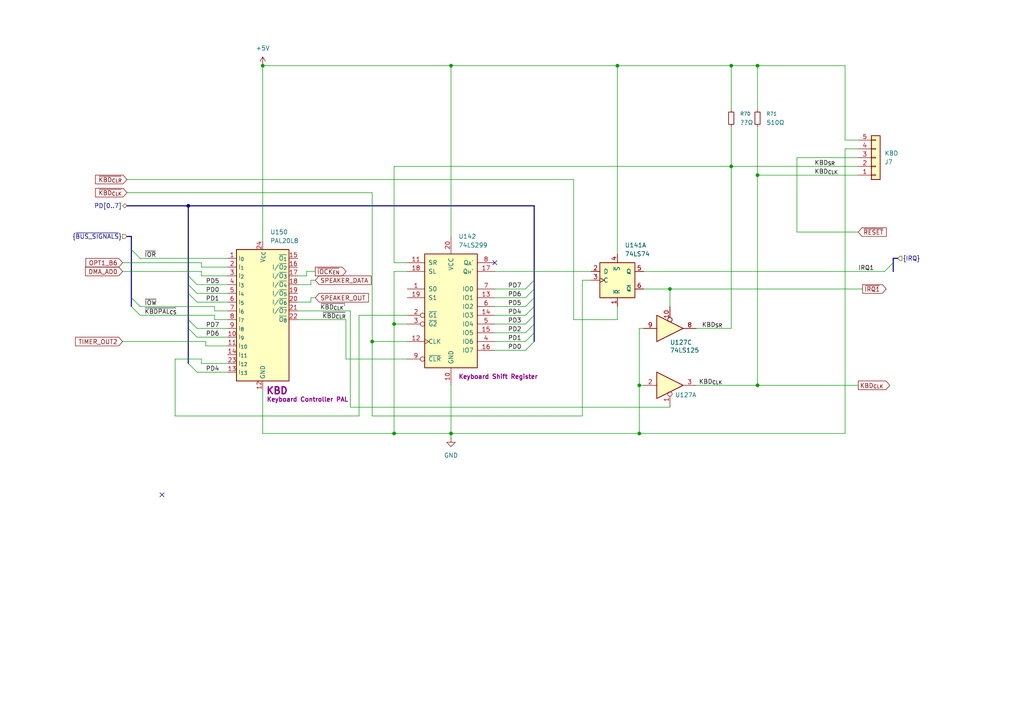
<source format=kicad_sch>
(kicad_sch (version 20250114) (generator "eeschema") (generator_version "9.0")
  (paper "A4")
  (lib_symbols
    (symbol "74xx:74LS125" (pin_names (offset 1.016))
      (property "Reference" "U" (at 0 1.27 0))
      (property "Value" "74LS125" (at 0 -1.27 0))
      (symbol "74LS125_1_0"
        (polyline (pts (xy -3.81 3.81) (xy -3.81 -3.81) (xy 3.81 0) (xy -3.81 3.81)) (stroke (width 0.254)) (fill (type background)))
        (pin input line (at -7.62 0 0) (length 3.81) (name "~") (number "2"))
        (pin input inverted (at 0 -6.35 90) (length 4.445) (name "~") (number "1"))
        (pin tri_state line (at 7.62 0 180) (length 3.81) (name "~") (number "3"))
      )
      (symbol "74LS125_2_0"
        (polyline (pts (xy -3.81 3.81) (xy -3.81 -3.81) (xy 3.81 0) (xy -3.81 3.81)) (stroke (width 0.254)) (fill (type background)))
        (pin input line (at -7.62 0 0) (length 3.81) (name "~") (number "5"))
        (pin input inverted (at 0 -6.35 90) (length 4.445) (name "~") (number "4"))
        (pin tri_state line (at 7.62 0 180) (length 3.81) (name "~") (number "6"))
      )
      (symbol "74LS125_3_0"
        (polyline (pts (xy -3.81 3.81) (xy -3.81 -3.81) (xy 3.81 0) (xy -3.81 3.81)) (stroke (width 0.254)) (fill (type background)))
        (pin input line (at -7.62 0 0) (length 3.81) (name "~") (number "9"))
        (pin input inverted (at 0 -6.35 90) (length 4.445) (name "~") (number "10"))
        (pin tri_state line (at 7.62 0 180) (length 3.81) (name "~") (number "8"))
      )
      (symbol "74LS125_4_0"
        (polyline (pts (xy -3.81 3.81) (xy -3.81 -3.81) (xy 3.81 0) (xy -3.81 3.81)) (stroke (width 0.254)) (fill (type background)))
        (pin input line (at -7.62 0 0) (length 3.81) (name "~") (number "12"))
        (pin input inverted (at 0 -6.35 90) (length 4.445) (name "~") (number "13"))
        (pin tri_state line (at 7.62 0 180) (length 3.81) (name "~") (number "11"))
      )
      (symbol "74LS125_5_0"
        (pin power_in line (at 0 12.7 270) (length 5.08) (name "VCC") (number "14"))
        (pin power_in line (at 0 -12.7 90) (length 5.08) (name "GND") (number "7"))
      )
      (symbol "74LS125_5_1"
        (rectangle (start -5.08 7.62) (end 5.08 -7.62) (stroke (width 0.254)) (fill (type background)))
      )
    )
    (symbol "74xx:74LS74" (pin_names (offset 1.016))
      (property "Reference" "U" (at -7.62 8.89 0))
      (property "Value" "74LS74" (at -7.62 -8.89 0))
      (symbol "74LS74_1_0"
        (pin input line (at -7.62 2.54 0) (length 2.54) (name "D") (number "2"))
        (pin input clock (at -7.62 0 0) (length 2.54) (name "C") (number "3"))
        (pin input line (at 0 7.62 270) (length 2.54) (name "~{S}") (number "4"))
        (pin input line (at 0 -7.62 90) (length 2.54) (name "~{R}") (number "1"))
        (pin output line (at 7.62 2.54 180) (length 2.54) (name "Q") (number "5"))
        (pin output line (at 7.62 -2.54 180) (length 2.54) (name "~{Q}") (number "6"))
      )
      (symbol "74LS74_1_1"
        (rectangle (start -5.08 5.08) (end 5.08 -5.08) (stroke (width 0.254)) (fill (type background)))
      )
      (symbol "74LS74_2_0"
        (pin input line (at -7.62 2.54 0) (length 2.54) (name "D") (number "12"))
        (pin input clock (at -7.62 0 0) (length 2.54) (name "C") (number "11"))
        (pin input line (at 0 7.62 270) (length 2.54) (name "~{S}") (number "10"))
        (pin input line (at 0 -7.62 90) (length 2.54) (name "~{R}") (number "13"))
        (pin output line (at 7.62 2.54 180) (length 2.54) (name "Q") (number "9"))
        (pin output line (at 7.62 -2.54 180) (length 2.54) (name "~{Q}") (number "8"))
      )
      (symbol "74LS74_2_1"
        (rectangle (start -5.08 5.08) (end 5.08 -5.08) (stroke (width 0.254)) (fill (type background)))
      )
      (symbol "74LS74_3_0"
        (pin power_in line (at 0 10.16 270) (length 2.54) (name "VCC") (number "14"))
        (pin power_in line (at 0 -10.16 90) (length 2.54) (name "GND") (number "7"))
      )
      (symbol "74LS74_3_1"
        (rectangle (start -5.08 7.62) (end 5.08 -7.62) (stroke (width 0.254)) (fill (type background)))
      )
    )
    (symbol "Connector_Generic:Conn_01x05" (pin_names (offset 1.016) (hide yes))
      (property "Reference" "J" (at 0 7.62 0))
      (property "Value" "Conn_01x05" (at 0 -7.62 0))
      (symbol "Conn_01x05_1_1"
        (rectangle (start -1.27 6.35) (end 1.27 -6.35) (stroke (width 0.254)) (fill (type background)))
        (rectangle (start -1.27 5.207) (end 0 4.953) (stroke (width 0.1524)))
        (rectangle (start -1.27 2.667) (end 0 2.413) (stroke (width 0.1524)))
        (rectangle (start -1.27 0.127) (end 0 -0.127) (stroke (width 0.1524)))
        (rectangle (start -1.27 -2.413) (end 0 -2.667) (stroke (width 0.1524)))
        (rectangle (start -1.27 -4.953) (end 0 -5.207) (stroke (width 0.1524)))
        (pin passive line (at -5.08 5.08 0) (length 3.81) (name "Pin_1") (number "1"))
        (pin passive line (at -5.08 2.54 0) (length 3.81) (name "Pin_2") (number "2"))
        (pin passive line (at -5.08 0 0) (length 3.81) (name "Pin_3") (number "3"))
        (pin passive line (at -5.08 -2.54 0) (length 3.81) (name "Pin_4") (number "4"))
        (pin passive line (at -5.08 -5.08 0) (length 3.81) (name "Pin_5") (number "5"))
      )
    )
    (symbol "Logic_Programmable:PAL20L8"
      (property "Reference" "U" (at -7.366 21.844 0))
      (property "Value" "PAL20L8" (at 2.032 21.844 0))
      (symbol "PAL20L8_0_0"
        (pin power_in line (at 0 -20.32 90) (length 2.54) (name "GND") (number "12"))
      )
      (symbol "PAL20L8_0_1"
        (rectangle (start -7.62 20.32) (end 7.62 -17.78) (stroke (width 0.254)) (fill (type background)))
      )
      (symbol "PAL20L8_1_0"
        (pin power_in line (at 0 22.86 270) (length 2.54) (name "V_{CC}") (number "24"))
      )
      (symbol "PAL20L8_1_1"
        (pin input line (at -10.16 17.78 0) (length 2.54) (name "I_{0}") (number "1"))
        (pin input line (at -10.16 15.24 0) (length 2.54) (name "I_{1}") (number "2"))
        (pin input line (at -10.16 12.7 0) (length 2.54) (name "I_{2}") (number "3"))
        (pin input line (at -10.16 10.16 0) (length 2.54) (name "I_{3}") (number "4"))
        (pin input line (at -10.16 7.62 0) (length 2.54) (name "I_{4}") (number "5"))
        (pin input line (at -10.16 5.08 0) (length 2.54) (name "I_{5}") (number "6"))
        (pin input line (at -10.16 2.54 0) (length 2.54) (name "I_{6}") (number "7"))
        (pin input line (at -10.16 0 0) (length 2.54) (name "I_{7}") (number "8"))
        (pin input line (at -10.16 -2.54 0) (length 2.54) (name "I_{8}") (number "9"))
        (pin input line (at -10.16 -5.08 0) (length 2.54) (name "I_{9}") (number "10"))
        (pin input line (at -10.16 -7.62 0) (length 2.54) (name "I_{10}") (number "11"))
        (pin input line (at -10.16 -10.16 0) (length 2.54) (name "I_{11}") (number "14"))
        (pin input line (at -10.16 -12.7 0) (length 2.54) (name "I_{12}") (number "23"))
        (pin input line (at -10.16 -15.24 0) (length 2.54) (name "I_{13}") (number "13"))
        (pin tri_state line (at 10.16 17.78 180) (length 2.54) (name "~{O_{1}}") (number "15"))
        (pin bidirectional line (at 10.16 15.24 180) (length 2.54) (name "I/~{O_{2}}") (number "16"))
        (pin bidirectional line (at 10.16 12.7 180) (length 2.54) (name "I/~{O_{3}}") (number "17"))
        (pin bidirectional line (at 10.16 10.16 180) (length 2.54) (name "I/~{O_{4}}") (number "18"))
        (pin bidirectional line (at 10.16 7.62 180) (length 2.54) (name "I/~{O_{5}}") (number "19"))
        (pin bidirectional line (at 10.16 5.08 180) (length 2.54) (name "I/~{O_{6}}") (number "20"))
        (pin bidirectional line (at 10.16 2.54 180) (length 2.54) (name "I/~{O_{7}}") (number "21"))
        (pin tri_state line (at 10.16 0 180) (length 2.54) (name "~{O_{8}}") (number "22"))
      )
    )
    (symbol "R_Small_1" (pin_numbers (hide yes)) (pin_names (offset 0.254) (hide yes))
      (property "Reference" "R" (at 0 0 90))
      (property "Value" "R_Small" (at 1.778 0 90))
      (symbol "R_Small_1_0_1"
        (rectangle (start -0.762 1.778) (end 0.762 -1.778) (stroke (width 0.2032)))
      )
      (symbol "R_Small_1_1_1"
        (pin passive line (at 0 2.54 270) (length 0.762) (name "~") (number "1"))
        (pin passive line (at 0 -2.54 90) (length 0.762) (name "~") (number "2"))
      )
    )
    (symbol "power:+5V" (power) (pin_numbers (hide yes)) (pin_names (offset 0) (hide yes))
      (property "Value" "+5V" (at 0 3.556 0))
      (symbol "+5V_0_1"
        (polyline (pts (xy -0.762 1.27) (xy 0 2.54)))
        (polyline (pts (xy 0 2.54) (xy 0.762 1.27)))
        (polyline (pts (xy 0 0) (xy 0 2.54)))
      )
      (symbol "+5V_1_1"
        (pin power_in line (at 0 0 90) (length 0) (name "~") (number "1"))
      )
    )
    (symbol "power:GND" (power) (pin_numbers (hide yes)) (pin_names (offset 0) (hide yes))
      (property "Value" "GND" (at 0 -3.81 0))
      (symbol "GND_0_1"
        (polyline (pts (xy 0 0) (xy 0 -1.27) (xy 1.27 -1.27) (xy 0 -2.54) (xy -1.27 -1.27) (xy 0 -1.27)))
      )
      (symbol "GND_1_1"
        (pin power_in line (at 0 0 270) (length 0) (name "~") (number "1"))
      )
    )
    (symbol "seequa:74LS299" (pin_names (offset 1.016))
      (property "Reference" "U" (at -7.62 16.51 0))
      (property "Value" "74LS299" (at -7.62 -19.05 0))
      (symbol "74LS299_1_0"
        (pin input line (at -12.7 12.7 0) (length 5.08) (name "SR") (number "11"))
        (pin input line (at -12.7 10.16 0) (length 5.08) (name "SL") (number "18"))
        (pin input line (at -12.7 5.08 0) (length 5.08) (name "S0") (number "1"))
        (pin input line (at -12.7 2.54 0) (length 5.08) (name "S1") (number "19"))
        (pin input inverted (at -12.7 -2.54 0) (length 5.08) (name "~{G1}") (number "2"))
        (pin input inverted (at -12.7 -5.08 0) (length 5.08) (name "~{G2}") (number "3"))
        (pin input clock (at -12.7 -10.16 0) (length 5.08) (name "CLK") (number "12"))
        (pin input inverted (at -12.7 -15.24 0) (length 5.08) (name "~{CLR}") (number "9"))
        (pin power_in line (at 0 20.32 270) (length 5.08) (name "VCC") (number "20"))
        (pin power_in line (at 0 -22.86 90) (length 5.08) (name "GND") (number "10"))
        (pin output line (at 12.7 12.7 180) (length 5.08) (name "Q_{A}'") (number "8"))
        (pin output line (at 12.7 10.16 180) (length 5.08) (name "Q_{H}'") (number "17"))
        (pin tri_state line (at 12.7 5.08 180) (length 5.08) (name "IO0") (number "7"))
        (pin tri_state line (at 12.7 2.54 180) (length 5.08) (name "IO1") (number "13"))
        (pin tri_state line (at 12.7 0 180) (length 5.08) (name "IO2") (number "6"))
        (pin tri_state line (at 12.7 -2.54 180) (length 5.08) (name "IO3") (number "14"))
        (pin tri_state line (at 12.7 -5.08 180) (length 5.08) (name "IO4") (number "5"))
        (pin tri_state line (at 12.7 -7.62 180) (length 5.08) (name "IO5") (number "15"))
        (pin tri_state line (at 12.7 -10.16 180) (length 5.08) (name "IO6") (number "4"))
        (pin tri_state line (at 12.7 -12.7 180) (length 5.08) (name "IO7") (number "16"))
      )
      (symbol "74LS299_1_1"
        (rectangle (start -7.62 15.24) (end 7.62 -17.78) (stroke (width 0.254)) (fill (type background)))
      )
    )
  )
  (junction (at 219.71 111.76))
  (junction (at 114.3 93.98))
  (junction (at 194.31 83.82))
  (junction (at 114.3 125.73))
  (junction (at 130.81 19.05))
  (junction (at 76.2 19.05))
  (junction (at 212.09 48.26))
  (junction (at 179.07 19.05))
  (junction (at 185.42 125.73))
  (junction (at 185.42 111.76))
  (junction (at 107.95 99.06))
  (junction (at 130.81 125.73))
  (junction (at 212.09 19.05))
  (junction (at 219.71 19.05))
  (junction (at 54.61 59.69))
  (junction (at 219.71 50.8))
  (no_connect (at 46.99 143.51))
  (no_connect (at 143.51 76.2))
  (bus_entry (at 54.61 105.41) (size 2.54 2.54))
  (bus_entry (at 54.61 82.55) (size 2.54 2.54))
  (bus_entry (at 154.94 83.82) (size -2.54 2.54))
  (bus_entry (at 154.94 81.28) (size -2.54 2.54))
  (bus_entry (at 154.94 93.98) (size -2.54 2.54))
  (bus_entry (at 54.61 95.25) (size 2.54 2.54))
  (bus_entry (at 38.1 72.39) (size 2.54 2.54))
  (bus_entry (at 259.08 76.2) (size -2.54 2.54))
  (bus_entry (at 154.94 91.44) (size -2.54 2.54))
  (bus_entry (at 54.61 92.71) (size 2.54 2.54))
  (bus_entry (at 154.94 86.36) (size -2.54 2.54))
  (bus_entry (at 154.94 96.52) (size -2.54 2.54))
  (bus_entry (at 38.1 86.36) (size 2.54 2.54))
  (bus_entry (at 38.1 88.9) (size 2.54 2.54))
  (bus_entry (at 54.61 80.01) (size 2.54 2.54))
  (bus_entry (at 154.94 88.9) (size -2.54 2.54))
  (bus_entry (at 54.61 85.09) (size 2.54 2.54))
  (bus_entry (at 154.94 99.06) (size -2.54 2.54))
  (wire (pts (xy 143.51 99.06) (xy 152.4 99.06)))
  (wire (pts (xy 107.95 99.06) (xy 107.95 120.65)))
  (wire (pts (xy 179.07 73.66) (xy 179.07 19.05)))
  (bus (pts (xy 54.61 59.69) (xy 54.61 80.01)))
  (wire (pts (xy 219.71 50.8) (xy 248.92 50.8)))
  (wire (pts (xy 114.3 93.98) (xy 114.3 125.73)))
  (wire (pts (xy 58.42 80.01) (xy 66.04 80.01)))
  (wire (pts (xy 118.11 91.44) (xy 104.14 91.44)))
  (wire (pts (xy 219.71 19.05) (xy 219.71 31.75)))
  (wire (pts (xy 201.93 111.76) (xy 219.71 111.76)))
  (wire (pts (xy 35.56 99.06) (xy 59.69 99.06)))
  (wire (pts (xy 130.81 125.73) (xy 130.81 127)))
  (wire (pts (xy 231.14 67.31) (xy 231.14 45.72)))
  (wire (pts (xy 104.14 120.65) (xy 50.8 120.65)))
  (wire (pts (xy 86.36 90.17) (xy 101.6 90.17)))
  (wire (pts (xy 166.37 92.71) (xy 179.07 92.71)))
  (wire (pts (xy 91.44 86.36) (xy 90.17 86.36)))
  (wire (pts (xy 185.42 125.73) (xy 130.81 125.73)))
  (wire (pts (xy 201.93 95.25) (xy 212.09 95.25)))
  (wire (pts (xy 90.17 82.55) (xy 86.36 82.55)))
  (wire (pts (xy 219.71 111.76) (xy 248.92 111.76)))
  (bus (pts (xy 38.1 68.58) (xy 38.1 72.39)))
  (bus (pts (xy 54.61 95.25) (xy 54.61 105.41)))
  (wire (pts (xy 58.42 104.14) (xy 58.42 105.41)))
  (bus (pts (xy 154.94 86.36) (xy 154.94 88.9)))
  (wire (pts (xy 62.23 91.44) (xy 62.23 92.71)))
  (wire (pts (xy 66.04 92.71) (xy 62.23 92.71)))
  (wire (pts (xy 186.69 95.25) (xy 185.42 95.25)))
  (wire (pts (xy 179.07 92.71) (xy 179.07 88.9)))
  (wire (pts (xy 212.09 95.25) (xy 212.09 48.26)))
  (wire (pts (xy 143.51 86.36) (xy 152.4 86.36)))
  (wire (pts (xy 143.51 88.9) (xy 152.4 88.9)))
  (wire (pts (xy 107.95 99.06) (xy 118.11 99.06)))
  (wire (pts (xy 248.92 67.31) (xy 231.14 67.31)))
  (wire (pts (xy 245.11 19.05) (xy 219.71 19.05)))
  (wire (pts (xy 76.2 69.85) (xy 76.2 19.05)))
  (wire (pts (xy 166.37 52.07) (xy 166.37 92.71)))
  (wire (pts (xy 143.51 96.52) (xy 152.4 96.52)))
  (wire (pts (xy 118.11 78.74) (xy 114.3 78.74)))
  (wire (pts (xy 36.83 55.88) (xy 107.95 55.88)))
  (bus (pts (xy 260.35 74.93) (xy 259.08 74.93)))
  (bus (pts (xy 54.61 82.55) (xy 54.61 85.09)))
  (bus (pts (xy 54.61 80.01) (xy 54.61 82.55)))
  (wire (pts (xy 219.71 50.8) (xy 219.71 111.76)))
  (bus (pts (xy 154.94 96.52) (xy 154.94 99.06)))
  (bus (pts (xy 154.94 81.28) (xy 154.94 83.82)))
  (wire (pts (xy 57.15 97.79) (xy 66.04 97.79)))
  (wire (pts (xy 248.92 40.64) (xy 245.11 40.64)))
  (wire (pts (xy 186.69 83.82) (xy 194.31 83.82)))
  (wire (pts (xy 86.36 92.71) (xy 100.33 92.71)))
  (wire (pts (xy 57.15 85.09) (xy 66.04 85.09)))
  (wire (pts (xy 101.6 118.11) (xy 194.31 118.11)))
  (wire (pts (xy 76.2 19.05) (xy 130.81 19.05)))
  (wire (pts (xy 130.81 19.05) (xy 179.07 19.05)))
  (wire (pts (xy 62.23 90.17) (xy 66.04 90.17)))
  (wire (pts (xy 245.11 19.05) (xy 245.11 40.64)))
  (wire (pts (xy 35.56 76.2) (xy 58.42 76.2)))
  (wire (pts (xy 219.71 36.83) (xy 219.71 50.8)))
  (wire (pts (xy 114.3 76.2) (xy 118.11 76.2)))
  (bus (pts (xy 259.08 74.93) (xy 259.08 76.2)))
  (wire (pts (xy 50.8 120.65) (xy 50.8 104.14)))
  (wire (pts (xy 57.15 95.25) (xy 66.04 95.25)))
  (bus (pts (xy 36.83 68.58) (xy 38.1 68.58)))
  (wire (pts (xy 130.81 19.05) (xy 130.81 68.58)))
  (wire (pts (xy 104.14 91.44) (xy 104.14 120.65)))
  (wire (pts (xy 194.31 83.82) (xy 250.19 83.82)))
  (wire (pts (xy 57.15 107.95) (xy 66.04 107.95)))
  (wire (pts (xy 57.15 87.63) (xy 66.04 87.63)))
  (wire (pts (xy 130.81 111.76) (xy 130.81 125.73)))
  (wire (pts (xy 58.42 105.41) (xy 66.04 105.41)))
  (wire (pts (xy 143.51 91.44) (xy 152.4 91.44)))
  (wire (pts (xy 231.14 45.72) (xy 248.92 45.72)))
  (wire (pts (xy 114.3 125.73) (xy 130.81 125.73)))
  (bus (pts (xy 54.61 59.69) (xy 154.94 59.69)))
  (bus (pts (xy 38.1 72.39) (xy 38.1 86.36)))
  (wire (pts (xy 90.17 81.28) (xy 91.44 81.28)))
  (bus (pts (xy 154.94 59.69) (xy 154.94 81.28)))
  (bus (pts (xy 38.1 86.36) (xy 38.1 88.9)))
  (bus (pts (xy 154.94 93.98) (xy 154.94 96.52)))
  (wire (pts (xy 90.17 86.36) (xy 90.17 87.63)))
  (wire (pts (xy 62.23 88.9) (xy 62.23 90.17)))
  (wire (pts (xy 212.09 48.26) (xy 114.3 48.26)))
  (wire (pts (xy 118.11 93.98) (xy 114.3 93.98)))
  (wire (pts (xy 90.17 87.63) (xy 86.36 87.63)))
  (wire (pts (xy 143.51 93.98) (xy 152.4 93.98)))
  (bus (pts (xy 54.61 92.71) (xy 54.61 95.25)))
  (wire (pts (xy 88.9 80.01) (xy 86.36 80.01)))
  (wire (pts (xy 58.42 78.74) (xy 58.42 80.01)))
  (wire (pts (xy 57.15 82.55) (xy 66.04 82.55)))
  (wire (pts (xy 245.11 43.18) (xy 245.11 125.73)))
  (wire (pts (xy 168.91 120.65) (xy 168.91 81.28)))
  (wire (pts (xy 212.09 48.26) (xy 248.92 48.26)))
  (bus (pts (xy 154.94 91.44) (xy 154.94 93.98)))
  (wire (pts (xy 101.6 90.17) (xy 101.6 118.11)))
  (wire (pts (xy 100.33 104.14) (xy 118.11 104.14)))
  (wire (pts (xy 185.42 111.76) (xy 185.42 125.73)))
  (wire (pts (xy 194.31 83.82) (xy 194.31 88.9)))
  (wire (pts (xy 245.11 125.73) (xy 185.42 125.73)))
  (wire (pts (xy 185.42 95.25) (xy 185.42 111.76)))
  (wire (pts (xy 212.09 19.05) (xy 179.07 19.05)))
  (wire (pts (xy 76.2 125.73) (xy 114.3 125.73)))
  (wire (pts (xy 100.33 92.71) (xy 100.33 104.14)))
  (wire (pts (xy 143.51 83.82) (xy 152.4 83.82)))
  (wire (pts (xy 114.3 48.26) (xy 114.3 76.2)))
  (wire (pts (xy 58.42 77.47) (xy 66.04 77.47)))
  (wire (pts (xy 143.51 101.6) (xy 152.4 101.6)))
  (wire (pts (xy 40.64 88.9) (xy 62.23 88.9)))
  (bus (pts (xy 154.94 88.9) (xy 154.94 91.44)))
  (bus (pts (xy 259.08 76.2) (xy 259.08 78.74)))
  (wire (pts (xy 36.83 52.07) (xy 166.37 52.07)))
  (wire (pts (xy 40.64 74.93) (xy 66.04 74.93)))
  (wire (pts (xy 35.56 78.74) (xy 58.42 78.74)))
  (wire (pts (xy 50.8 104.14) (xy 58.42 104.14)))
  (wire (pts (xy 88.9 78.74) (xy 88.9 80.01)))
  (wire (pts (xy 248.92 43.18) (xy 245.11 43.18)))
  (bus (pts (xy 54.61 85.09) (xy 54.61 92.71)))
  (wire (pts (xy 212.09 36.83) (xy 212.09 48.26)))
  (wire (pts (xy 219.71 19.05) (xy 212.09 19.05)))
  (wire (pts (xy 186.69 111.76) (xy 185.42 111.76)))
  (wire (pts (xy 186.69 78.74) (xy 256.54 78.74)))
  (wire (pts (xy 143.51 78.74) (xy 171.45 78.74)))
  (wire (pts (xy 88.9 78.74) (xy 91.44 78.74)))
  (wire (pts (xy 40.64 91.44) (xy 62.23 91.44)))
  (wire (pts (xy 107.95 120.65) (xy 168.91 120.65)))
  (wire (pts (xy 76.2 125.73) (xy 76.2 113.03)))
  (wire (pts (xy 90.17 81.28) (xy 90.17 82.55)))
  (bus (pts (xy 154.94 83.82) (xy 154.94 86.36)))
  (wire (pts (xy 107.95 55.88) (xy 107.95 99.06)))
  (wire (pts (xy 59.69 99.06) (xy 59.69 100.33)))
  (wire (pts (xy 59.69 100.33) (xy 66.04 100.33)))
  (bus (pts (xy 36.83 59.69) (xy 54.61 59.69)))
  (wire (pts (xy 171.45 81.28) (xy 168.91 81.28)))
  (wire (pts (xy 114.3 78.74) (xy 114.3 93.98)))
  (wire (pts (xy 58.42 76.2) (xy 58.42 77.47)))
  (wire (pts (xy 212.09 31.75) (xy 212.09 19.05)))
  (label "~{IOR}" (at 41.91 74.93 0))
  (label "~{KBD_{CLR}}" (at 100.33 92.71 180))
  (label "PD0" (at 59.69 85.09 0))
  (label "PD1" (at 147.32 99.06 0))
  (label "KBD_{SR}" (at 236.22 48.26 0))
  (label "KBD_{CLK}" (at 236.22 50.8 0))
  (label "PD5" (at 147.32 88.9 0))
  (label "PD6" (at 59.69 97.79 0))
  (label "KBD_{CLK}" (at 209.55 111.76 180))
  (label "PD5" (at 59.69 82.55 0))
  (label "~{IOW}" (at 41.91 88.9 0))
  (label "PD1" (at 59.69 87.63 0))
  (label "KBD_{SR}" (at 209.55 95.25 180))
  (label "IRQ1" (at 248.92 78.74 0))
  (label "PD6" (at 147.32 86.36 0))
  (label "PD4" (at 59.69 107.95 0))
  (label "PD2" (at 147.32 96.52 0))
  (label "PD0" (at 147.32 101.6 0))
  (label "~{KBD_{CLK}'}" (at 100.33 90.17 180))
  (label "~{KBDPAL_{CS}}" (at 41.91 91.44 0))
  (label "PD3" (at 147.32 93.98 0))
  (label "PD7" (at 59.69 95.25 0))
  (label "PD4" (at 147.32 91.44 0))
  (label "PD7" (at 147.32 83.82 0))
  (global_label "OPT1_B6" (shape input) (at 35.56 76.2 180) (property "Intersheetrefs" "${INTERSHEET_REFS}" (effects (hide yes))))
  (global_label "SPEAKER_OUT" (shape input) (at 91.44 86.36 0) (property "Intersheetrefs" "${INTERSHEET_REFS}" (effects (hide yes))))
  (global_label "KBD_{CLK}" (shape output) (at 248.92 111.76 0) (property "Intersheetrefs" "${INTERSHEET_REFS}" (effects (hide yes))))
  (global_label "TIMER_OUT2" (shape input) (at 35.56 99.06 180) (property "Intersheetrefs" "${INTERSHEET_REFS}" (effects (hide yes))))
  (global_label "DMA_AD0" (shape input) (at 35.56 78.74 180) (property "Intersheetrefs" "${INTERSHEET_REFS}" (effects (hide yes))))
  (global_label "~{RESET}" (shape input) (at 248.92 67.31 0) (property "Intersheetrefs" "${INTERSHEET_REFS}" (effects (hide yes))))
  (global_label "~{KBD_{CLK}}" (shape input) (at 36.83 55.88 180) (property "Intersheetrefs" "${INTERSHEET_REFS}" (effects (hide yes))))
  (global_label "~{KBD_{CLR}}" (shape input) (at 36.83 52.07 180) (property "Intersheetrefs" "${INTERSHEET_REFS}" (effects (hide yes))))
  (global_label "~{IOCK_{EN}}" (shape output) (at 91.44 78.74 0) (property "Intersheetrefs" "${INTERSHEET_REFS}" (effects (hide yes))))
  (global_label "~{IRQ1}" (shape output) (at 250.19 83.82 0) (property "Intersheetrefs" "${INTERSHEET_REFS}" (effects (hide yes))))
  (global_label "SPEAKER_DATA" (shape input) (at 91.44 81.28 0) (property "Intersheetrefs" "${INTERSHEET_REFS}" (effects (hide yes))))
  (hierarchical_label "PD[0..7]" (shape bidirectional) (at 36.83 59.69 180))
  (hierarchical_label "{~{BUS_SIGNALS}}" (shape input) (at 36.83 68.58 180))
  (hierarchical_label "{IRQ}" (shape input) (at 260.35 74.93 0))
  (symbol (lib_name "R_Small_1") (lib_id "Device:R_Small") (at 212.09 34.29 180) (unit 1)
    (property "Reference" "R70" (at 214.63 33.0199 0) (effects (font (size 1.016 1.016)) (justify right)))
    (property "Value" "??Ω" (at 214.63 35.5599 0) (effects (justify right)))
    (property "Footprint" "seequa_footprints:R_Seequa_Resistor" (effects (hide yes)))
    (property "Description" "Resistor, small symbol" (effects (hide yes)))
    (property "seq_silkscreen" "R70" (effects (hide yes)))
    (property "seq_notes" "Green,Black,Black,Gold" (effects (hide yes)))
  )
  (symbol (lib_id "74xx:74LS74") (at 179.07 81.28 0) (unit 1)
    (property "Reference" "U141" (at 181.2133 71.12 0) (effects (justify left)))
    (property "Value" "74LS74" (at 181.2133 73.66 0) (effects (justify left)))
    (property "Footprint" "Package_DIP:DIP-14_W7.62mm" (effects (hide yes)))
    (property "Datasheet" "74xx/74hc_hct74.pdf" (effects (hide yes)))
    (property "Description" "Dual D Flip-flop, Set & Reset" (effects (hide yes)))
  )
  (symbol (lib_id "74xx:74LS125") (at 194.31 111.76 0) (unit 1)
    (property "Reference" "U127" (at 198.882 114.554 0))
    (property "Value" "74LS125" (effects (hide yes)))
    (property "Footprint" "Package_DIP:DIP-14_W7.62mm" (effects (hide yes)))
    (property "Datasheet" "http://www.ti.com/lit/gpn/sn74LS125" (effects (hide yes)))
    (property "Description" "Quad buffer 3-State outputs" (effects (hide yes)))
  )
  (symbol (lib_id "74xx:74LS125") (at 194.31 95.25 0) (mirror x) (unit 3)
    (property "Reference" "U127" (at 194.31 99.314 0) (effects (justify left)))
    (property "Value" "74LS125" (at 194.31 101.6 0) (effects (justify left)))
    (property "Footprint" "Package_DIP:DIP-14_W7.62mm" (effects (hide yes)))
    (property "Datasheet" "http://www.ti.com/lit/gpn/sn74LS125" (effects (hide yes)))
    (property "Description" "Quad buffer 3-State outputs" (effects (hide yes)))
  )
  (symbol (lib_id "Logic_Programmable:PAL20L8") (at 76.2 92.71 0) (unit 1)
    (property "Reference" "U150" (at 78.3433 67.31 0) (effects (justify left)))
    (property "Value" "PAL20L8" (at 78.3433 69.85 0) (effects (justify left)))
    (property "Footprint" "Package_DIP:DIP-24_W7.62mm" (effects (hide yes)))
    (property "Datasheet" "https://rocelec.widen.net/view/pdf/pn0qtf2whd/VANTS00076-1.pdf" (effects (hide yes)))
    (property "Description" "Programmable Array Logic (PAL), Active-Low Combinatorial, DIP-24" (effects (hide yes)))
    (property "seq_silkscreen" "KBD" (at 76.962 113.284 0) (effects (font (size 2 2) (thickness 0.4) (bold yes)) (justify left)))
    (property "seq_sharpie" "KBD" (effects (hide yes)))
    (property "seq_notes" "Keyboard Controller PAL" (at 77.216 115.824 0) (effects (font (thickness 0.254) (bold yes)) (justify left)))
  )
  (symbol (lib_id "power:+5V") (at 76.2 19.05 0) (unit 1)
    (property "Reference" "#PWR080" (effects (hide yes)))
    (property "Value" "+5V" (at 76.2 13.97 0))
    (property "Description" "Power symbol creates a global label with name \"+5V\"" (effects (hide yes)))
  )
  (symbol (lib_name "R_Small_1") (lib_id "Device:R_Small") (at 219.71 34.29 180) (unit 1)
    (property "Reference" "R71" (at 222.25 33.0199 0) (effects (font (size 1.016 1.016)) (justify right)))
    (property "Value" "510Ω" (at 222.25 35.5599 0) (effects (justify right)))
    (property "Footprint" "seequa_footprints:R_Seequa_Resistor" (effects (hide yes)))
    (property "Description" "Resistor, small symbol" (effects (hide yes)))
    (property "seq_silkscreen" "R40" (effects (hide yes)))
    (property "seq_notes" "Green,Black,Black,Gold" (effects (hide yes)))
  )
  (symbol (lib_id "power:GND") (at 130.81 127 0) (unit 1)
    (property "Reference" "#PWR041" (effects (hide yes)))
    (property "Value" "GND" (at 130.81 132.08 0))
    (property "Description" "Power symbol creates a global label with name \"GND\" , ground" (effects (hide yes)))
  )
  (symbol (lib_id "Connector_Generic:Conn_01x05") (at 254 45.72 0) (mirror x) (unit 1)
    (property "Reference" "J7" (at 256.54 46.9901 0) (effects (justify left)))
    (property "Value" "KBD" (at 256.54 44.4501 0) (effects (justify left)))
    (property "Footprint" "Connector_PinHeader_2.54mm:PinHeader_1x05_P2.54mm_Horizontal" (effects (hide yes)))
    (property "Description" "Generic connector, single row, 01x05, script generated (kicad-library-utils/schlib/autogen/connector/)" (effects (hide yes)))
  )
  (symbol (lib_id "seequa:74LS299") (at 130.81 88.9 0) (unit 1)
    (property "Reference" "U142" (at 132.9533 68.58 0) (effects (justify left)))
    (property "Value" "74LS299" (at 132.9533 71.12 0) (effects (justify left)))
    (property "Footprint" "Package_DIP:DIP-20_W7.62mm" (effects (hide yes)))
    (property "Datasheet" "http://www.ti.com/lit/gpn/sn74LS299" (effects (hide yes)))
    (property "Description" "8-bit Universal shift/storage Register" (effects (hide yes)))
    (property "seq_silkscreen" "LS299" (effects (hide yes)))
    (property "seq_notes" "Keyboard Shift Register" (at 132.842 109.22 0) (effects (font (thickness 0.254) (bold yes)) (justify left)))
  )
)
</source>
